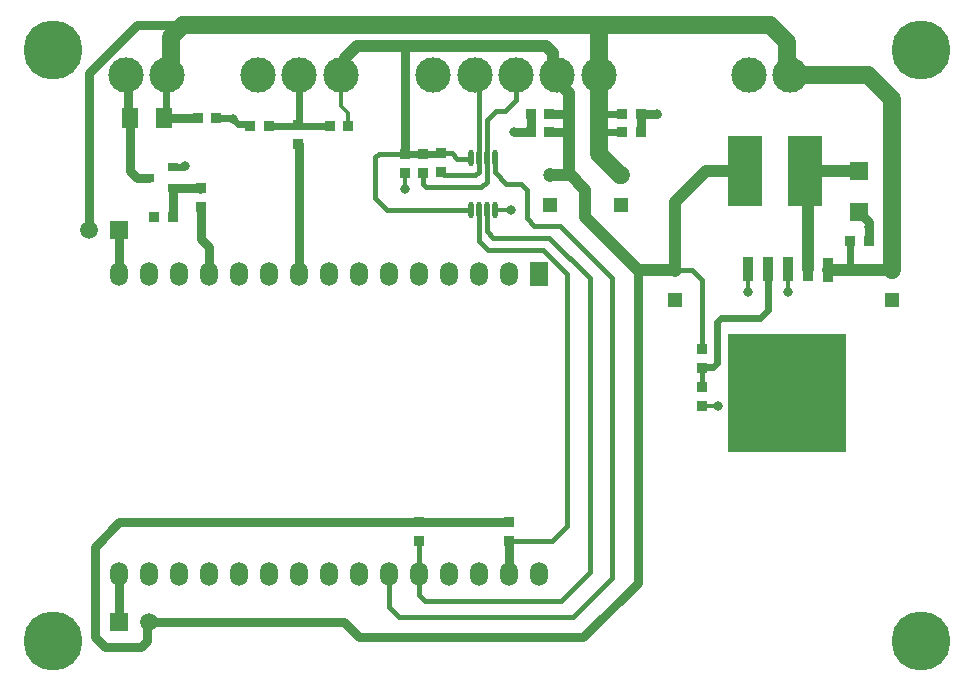
<source format=gtl>
G04 Layer_Physical_Order=1*
G04 Layer_Color=255*
%FSLAX25Y25*%
%MOIN*%
G70*
G01*
G75*
%ADD10R,0.05905X0.05905*%
%ADD11R,0.39370X0.39370*%
%ADD12R,0.03543X0.07874*%
%ADD13R,0.11811X0.23622*%
%ADD14R,0.03543X0.03799*%
%ADD15O,0.01772X0.05709*%
%ADD16R,0.03799X0.03543*%
%ADD17R,0.03543X0.03150*%
%ADD18R,0.05276X0.07087*%
%ADD19C,0.02362*%
%ADD20C,0.01772*%
%ADD21C,0.03150*%
%ADD22C,0.01181*%
%ADD23C,0.05905*%
%ADD24C,0.03937*%
%ADD25C,0.11811*%
%ADD26C,0.06000*%
%ADD27C,0.04724*%
%ADD28R,0.04724X0.04724*%
%ADD29C,0.19685*%
%ADD30R,0.05905X0.05905*%
%ADD31C,0.05905*%
%ADD32O,0.05905X0.07874*%
%ADD33R,0.05905X0.07874*%
%ADD34C,0.03150*%
D10*
X268921Y-40335D02*
D03*
Y-54114D02*
D03*
D11*
X244921Y-114173D02*
D03*
D12*
X258307Y-73181D02*
D03*
X251713Y-72984D02*
D03*
X245020D02*
D03*
X238327D02*
D03*
X231634D02*
D03*
D13*
X230921Y-40224D02*
D03*
X250921D02*
D03*
D14*
X117421Y-40878D02*
D03*
Y-34579D02*
D03*
X123421D02*
D03*
Y-40878D02*
D03*
X129421Y-34429D02*
D03*
Y-40728D02*
D03*
X81921Y-31378D02*
D03*
Y-25079D02*
D03*
X216421Y-106024D02*
D03*
Y-99724D02*
D03*
Y-118524D02*
D03*
Y-112224D02*
D03*
X152000Y-157350D02*
D03*
Y-163650D02*
D03*
X122000Y-157350D02*
D03*
Y-163650D02*
D03*
X49421Y-46079D02*
D03*
Y-52378D02*
D03*
D15*
X139583Y-53390D02*
D03*
X142142D02*
D03*
X144701D02*
D03*
X147260D02*
D03*
X139583Y-36067D02*
D03*
X142142D02*
D03*
X144701D02*
D03*
X147260D02*
D03*
D16*
X159272Y-27228D02*
D03*
X165571D02*
D03*
X159272Y-21228D02*
D03*
X165571D02*
D03*
X196071Y-27228D02*
D03*
X189772D02*
D03*
X196071Y-21228D02*
D03*
X189772D02*
D03*
X72071Y-25228D02*
D03*
X65772D02*
D03*
X98571D02*
D03*
X92272D02*
D03*
X272071Y-63724D02*
D03*
X265772D02*
D03*
X40071Y-55728D02*
D03*
X33772D02*
D03*
X54571Y-22728D02*
D03*
X48272D02*
D03*
D17*
X32063Y-42500D02*
D03*
X39937Y-38957D02*
D03*
Y-46043D02*
D03*
D18*
X25791Y-22728D02*
D03*
X37051D02*
D03*
D19*
X72071Y-25228D02*
X92272D01*
X129347Y-34504D02*
X129421Y-34429D01*
X235921Y-89224D02*
X238421Y-86724D01*
Y-73079D01*
X238327Y-72984D02*
X238421Y-73079D01*
X59787Y-23000D02*
X60000D01*
X54571Y-22728D02*
X59515D01*
X59787Y-23000D01*
X60213D02*
X61851Y-24638D01*
X65181D02*
X65772Y-25228D01*
X60000Y-23000D02*
X60213D01*
X61851Y-24638D02*
X65181D01*
X82057Y-8364D02*
X82193Y-8228D01*
X81921Y-25079D02*
X82057Y-24943D01*
Y-8364D01*
X181980Y-21352D02*
X182104Y-21228D01*
X189772D01*
X181980Y-27916D02*
X182668Y-27228D01*
X189772D01*
X265500Y-73203D02*
X265772Y-72931D01*
Y-63724D01*
X37051Y-22728D02*
X37602Y-22177D01*
Y-8779D02*
X38154Y-8228D01*
X37602Y-22177D02*
Y-8779D01*
X117496Y-34504D02*
X129347D01*
X221500Y-90608D02*
X222884Y-89224D01*
X220116Y-105761D02*
X221500Y-104377D01*
X216421Y-106024D02*
X216684Y-105761D01*
X221500Y-104377D02*
Y-90608D01*
X216684Y-105761D02*
X220116D01*
X222884Y-89224D02*
X235921D01*
X40051Y-38842D02*
X43870D01*
D20*
X140921Y-41728D02*
X142142Y-40508D01*
Y-36067D01*
X129421Y-40843D02*
Y-40728D01*
X130307Y-41728D02*
X140921D01*
X129421Y-40843D02*
X130307Y-41728D01*
X142921Y-45728D02*
X144701Y-43949D01*
Y-36067D01*
X123421Y-44690D02*
X124459Y-45728D01*
X123421Y-44690D02*
Y-40878D01*
X124459Y-45728D02*
X142921D01*
X129421Y-34429D02*
X133122D01*
X134921Y-36228D01*
X139583D02*
Y-36067D01*
X134921Y-36228D02*
X139583D01*
X144701Y-36067D02*
Y-23449D01*
X147921Y-20228D01*
X150921D02*
X154421Y-16728D01*
X147921Y-20228D02*
X150921D01*
X154421Y-16728D02*
Y-8224D01*
X140642D02*
X142142Y-9724D01*
Y-36067D02*
Y-9724D01*
X107421Y-49228D02*
X111583Y-53390D01*
X107421Y-49228D02*
Y-35728D01*
X108646Y-34504D01*
X111583Y-53390D02*
X139583D01*
X207421Y-73224D02*
X213224D01*
X146739Y-62500D02*
X165500D01*
X179000Y-76000D01*
Y-174000D02*
Y-76000D01*
X144701Y-60462D02*
X146739Y-62500D01*
X144701Y-60462D02*
Y-53390D01*
X142142Y-63642D02*
Y-53390D01*
Y-63642D02*
X145000Y-66500D01*
X163500D01*
X171500Y-74500D01*
Y-158500D02*
Y-74500D01*
X108646Y-34504D02*
X117421D01*
X117496D01*
X147260Y-40760D02*
Y-36067D01*
Y-40760D02*
X151000Y-44500D01*
X156000D01*
X158000Y-46500D01*
Y-56000D02*
Y-46500D01*
Y-56000D02*
X160500Y-58500D01*
X169000D01*
X186500Y-76000D01*
X166350Y-163650D02*
X171500Y-158500D01*
X152000Y-163650D02*
X166350D01*
X122000D02*
X122020Y-163669D01*
Y-174479D02*
X122039Y-174499D01*
X122020Y-174479D02*
Y-163669D01*
X122039Y-181539D02*
Y-174499D01*
Y-181539D02*
X124000Y-183500D01*
X169500D01*
X179000Y-174000D01*
X112039Y-185539D02*
Y-174499D01*
Y-185539D02*
X115500Y-189000D01*
X173500D01*
X186500Y-176000D02*
Y-76000D01*
X173500Y-189000D02*
X186500Y-176000D01*
X213224Y-73224D02*
X216500Y-76500D01*
X216421Y-99724D02*
X216500Y-99646D01*
Y-76500D01*
X216421Y-112224D02*
Y-106024D01*
D21*
X196071Y-21228D02*
X201421D01*
X153921Y-27228D02*
X159272D01*
X196071D02*
Y-21228D01*
X159272Y-27228D02*
Y-21228D01*
X165571D02*
X171772D01*
X172000Y-21000D01*
X171728Y-27228D02*
X172000Y-27500D01*
X165571Y-27228D02*
X171728D01*
X102150Y-195650D02*
X176850D01*
X272071Y-63724D02*
Y-57264D01*
X268921Y-54114D02*
X272071Y-57264D01*
X25791Y-40291D02*
Y-22728D01*
X49224Y-46315D02*
X49421Y-46118D01*
Y-46079D01*
X12000Y-60000D02*
Y-7500D01*
X28000Y8500D01*
X43500D01*
X25083Y-22020D02*
X25791Y-22728D01*
X24374Y-8228D02*
X25083Y-8937D01*
Y-22020D02*
Y-8937D01*
X37051Y-22728D02*
X48272D01*
X52039Y-74499D02*
Y-65539D01*
X49421Y-62921D02*
X52039Y-65539D01*
X49421Y-62921D02*
Y-52378D01*
X81980Y-74440D02*
X82039Y-74499D01*
X81921Y-31378D02*
X81980Y-31437D01*
Y-74440D02*
Y-31437D01*
X32000Y-190500D02*
X97000D01*
X102150Y-195650D01*
X22000Y-190500D02*
X22020Y-190480D01*
Y-174519D01*
X22039Y-174499D01*
X117421Y-34504D02*
Y1421D01*
X117500Y1500D01*
X117421Y-34579D02*
Y-34504D01*
X22000Y-60000D02*
X22020Y-60020D01*
Y-74479D02*
X22039Y-74499D01*
X22020Y-74479D02*
Y-60020D01*
X176850Y-195650D02*
X195000Y-177500D01*
Y-73224D01*
X152000Y-163650D02*
X152020Y-163669D01*
Y-174479D02*
Y-163669D01*
Y-174479D02*
X152039Y-174499D01*
X152020Y-174519D02*
X152039Y-174499D01*
X14000Y-165500D02*
X22150Y-157350D01*
X14000Y-195500D02*
Y-165500D01*
Y-195500D02*
X17500Y-199000D01*
X29500D01*
X31473Y-197027D01*
Y-191027D02*
X32000Y-190500D01*
X31473Y-197027D02*
Y-191027D01*
X22150Y-157350D02*
X122000D01*
X152000D01*
X40004Y-55661D02*
X40071Y-55728D01*
X40004Y-55661D02*
Y-46043D01*
X40134D02*
X40169Y-46079D01*
X49421D01*
X39937Y-46043D02*
X40004D01*
X40134D01*
X28000Y-42500D02*
X32063D01*
X25791Y-40291D02*
X28000Y-42500D01*
D22*
X231634Y-80575D02*
Y-72984D01*
X245020Y-80575D02*
Y-72984D01*
X216421Y-118524D02*
X221772D01*
X98571Y-25228D02*
Y-21071D01*
X95973Y-18473D02*
X98571Y-21071D01*
X95973Y-18473D02*
Y-8228D01*
X117421Y-46228D02*
Y-40878D01*
X147260Y-53390D02*
X152610D01*
D23*
X271921Y-8224D02*
X279921Y-16224D01*
X245921Y-8224D02*
X271921D01*
X279921Y-73224D02*
Y-16224D01*
X244791Y-7095D02*
Y2709D01*
Y-7095D02*
X245921Y-8224D01*
X239000Y8500D02*
X244791Y2709D01*
X38154Y-8228D02*
X39283Y-7098D01*
X181980Y8480D02*
X182000Y8500D01*
X181980Y-8224D02*
Y8480D01*
X182000Y8500D02*
X239000D01*
X39283Y4284D02*
X43500Y8500D01*
X39283Y-7098D02*
Y4284D01*
X189228Y-41728D02*
X189421D01*
X181980Y-34480D02*
X189228Y-41728D01*
X181980Y-21352D02*
Y-8224D01*
Y-34480D02*
Y-27916D01*
Y-21352D01*
X43500Y8500D02*
X182000D01*
D24*
X258307Y-73181D02*
X258329Y-73203D01*
X279900D02*
X279921Y-73224D01*
X268866Y-40280D02*
X268921Y-40335D01*
X250921Y-40224D02*
X250976Y-40280D01*
X268866D01*
X250921Y-40783D02*
X251713Y-41574D01*
Y-72984D02*
Y-41574D01*
X250921Y-40783D02*
Y-40224D01*
X168201Y-10355D02*
X172000Y-14154D01*
X168201Y-10355D02*
Y-8224D01*
X172000Y-21000D02*
Y-14154D01*
Y-41000D02*
Y-27500D01*
Y-21000D01*
Y-41000D02*
X177500Y-46500D01*
X207421Y-73224D02*
Y-50579D01*
X217776Y-40224D01*
X230921D01*
X166072Y-41578D02*
X171422D01*
X165921Y-41728D02*
X166072Y-41578D01*
X171422D02*
X172000Y-41000D01*
X258329Y-73203D02*
X265500D01*
X279900D01*
X166694Y-6718D02*
X168201Y-8224D01*
X166694Y-6718D02*
Y-806D01*
X164388Y1500D02*
X166694Y-806D01*
X97479Y-6722D02*
Y-2521D01*
X101500Y1500D01*
X95973Y-8228D02*
X97479Y-6722D01*
X101500Y1500D02*
X117500D01*
X164388D01*
X195000Y-73224D02*
X207421D01*
X177500Y-55724D02*
X195000Y-73224D01*
X177500Y-55724D02*
Y-46500D01*
D25*
X232142Y-8224D02*
D03*
X245921D02*
D03*
X95973Y-8228D02*
D03*
X82193D02*
D03*
X68413D02*
D03*
X24374D02*
D03*
X38154D02*
D03*
X154421Y-8224D02*
D03*
X168201D02*
D03*
X181980D02*
D03*
X140642D02*
D03*
X126862D02*
D03*
D26*
X230921Y-40224D02*
D03*
X250921D02*
D03*
D27*
X165921Y-41728D02*
D03*
X189421D02*
D03*
X279921Y-73224D02*
D03*
X207421D02*
D03*
D28*
X165921Y-51728D02*
D03*
X189421D02*
D03*
X279921Y-83224D02*
D03*
X207421D02*
D03*
D29*
X289500Y0D02*
D03*
Y-197000D02*
D03*
X0Y0D02*
D03*
Y-197000D02*
D03*
D30*
X22000Y-190500D02*
D03*
Y-60000D02*
D03*
D31*
X32000Y-190500D02*
D03*
X12000Y-60000D02*
D03*
D32*
X162039Y-174499D02*
D03*
X152039D02*
D03*
X142039D02*
D03*
X132039D02*
D03*
X122039D02*
D03*
X112039D02*
D03*
X102039D02*
D03*
X92039D02*
D03*
X82039D02*
D03*
X72039D02*
D03*
X62039D02*
D03*
X52039D02*
D03*
X42039D02*
D03*
X32039D02*
D03*
X22039D02*
D03*
Y-74499D02*
D03*
X32039D02*
D03*
X42039D02*
D03*
X52039D02*
D03*
X62039D02*
D03*
X72039D02*
D03*
X82039D02*
D03*
X92039D02*
D03*
X102039D02*
D03*
X112039D02*
D03*
X122039D02*
D03*
X132039D02*
D03*
X142039D02*
D03*
X152039D02*
D03*
D33*
X162039D02*
D03*
D34*
X201421Y-21228D02*
D03*
X231634Y-80575D02*
D03*
X245020D02*
D03*
X244921Y-118024D02*
D03*
X239921Y-118224D02*
D03*
X249921D02*
D03*
X244921Y-113224D02*
D03*
Y-123224D02*
D03*
X221772Y-118524D02*
D03*
X153921Y-27228D02*
D03*
X60000Y-23000D02*
D03*
X272000Y-59000D02*
D03*
X117421Y-46228D02*
D03*
X152610Y-53390D02*
D03*
X43984Y-38728D02*
D03*
M02*

</source>
